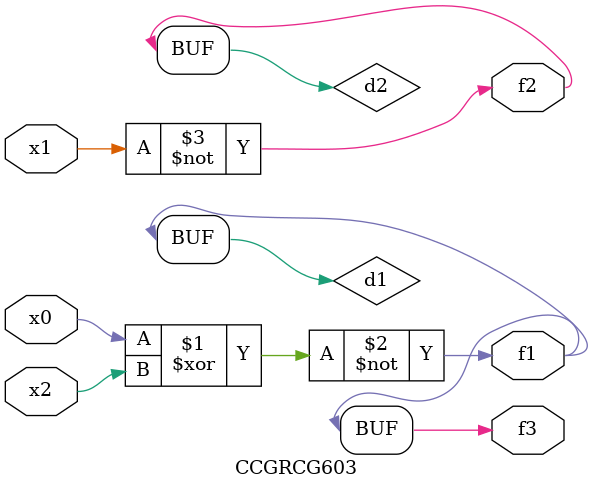
<source format=v>
module CCGRCG603(
	input x0, x1, x2,
	output f1, f2, f3
);

	wire d1, d2, d3;

	xnor (d1, x0, x2);
	nand (d2, x1);
	nor (d3, x1, x2);
	assign f1 = d1;
	assign f2 = d2;
	assign f3 = d1;
endmodule

</source>
